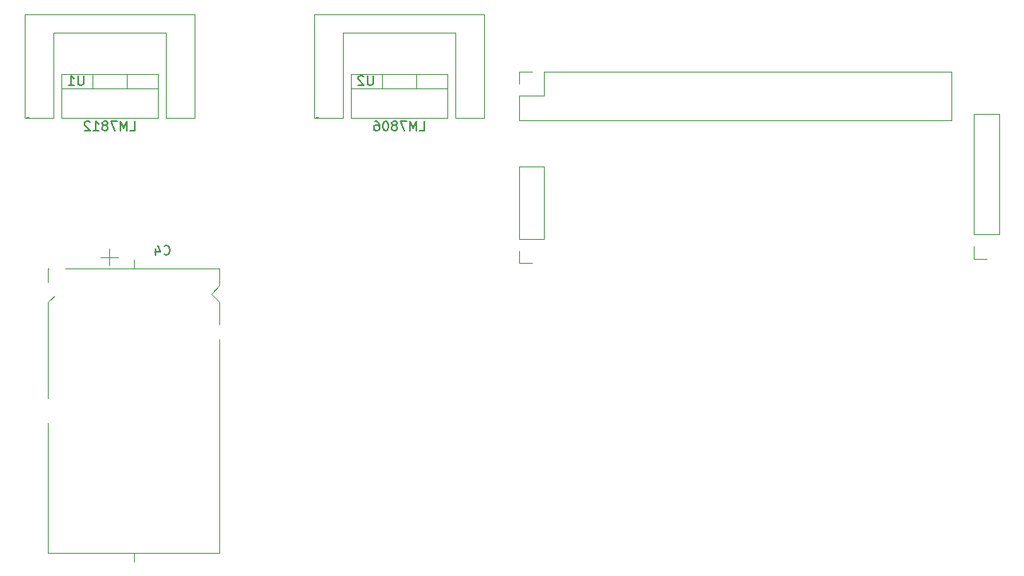
<source format=gbo>
G04 #@! TF.GenerationSoftware,KiCad,Pcbnew,(5.1.5)-3*
G04 #@! TF.CreationDate,2022-04-15T22:29:16+02:00*
G04 #@! TF.ProjectId,Extension Board,45787465-6e73-4696-9f6e-20426f617264,1*
G04 #@! TF.SameCoordinates,Original*
G04 #@! TF.FileFunction,Legend,Bot*
G04 #@! TF.FilePolarity,Positive*
%FSLAX46Y46*%
G04 Gerber Fmt 4.6, Leading zero omitted, Abs format (unit mm)*
G04 Created by KiCad (PCBNEW (5.1.5)-3) date 2022-04-15 22:29:16*
%MOMM*%
%LPD*%
G04 APERTURE LIST*
%ADD10C,0.120000*%
%ADD11C,0.150000*%
%ADD12C,2.802000*%
%ADD13O,1.702000X1.702000*%
%ADD14C,1.702000*%
%ADD15O,1.802000X1.802000*%
%ADD16R,1.802000X1.802000*%
%ADD17C,2.702000*%
%ADD18R,2.702000X2.702000*%
%ADD19C,2.902000*%
%ADD20C,1.902000*%
%ADD21R,1.902000X1.902000*%
%ADD22C,1.202000*%
%ADD23C,2.102000*%
%ADD24R,2.902000X2.902000*%
%ADD25O,1.802000X2.102000*%
%ADD26C,0.100000*%
%ADD27O,1.802000X2.052000*%
%ADD28O,2.052000X1.802000*%
%ADD29C,1.302000*%
%ADD30O,2.007000X2.102000*%
%ADD31R,2.007000X2.102000*%
%ADD32O,2.502000X1.702000*%
%ADD33R,2.502000X1.702000*%
%ADD34R,1.702000X1.702000*%
%ADD35O,2.502000X2.502000*%
%ADD36R,2.502000X2.502000*%
G04 APERTURE END LIST*
D10*
X68834000Y-51308000D02*
X69088000Y-51308000D01*
X71724000Y-51386000D02*
X68724000Y-51386000D01*
X86724000Y-51386000D02*
X83724000Y-51386000D01*
X86724000Y-40386000D02*
X68724000Y-40386000D01*
X86724000Y-51386000D02*
X86724000Y-40386000D01*
X83724000Y-42386000D02*
X83724000Y-51386000D01*
X71724000Y-42386000D02*
X83724000Y-42386000D01*
X71724000Y-51386000D02*
X71724000Y-42386000D01*
X68724000Y-40386000D02*
X68724000Y-51386000D01*
X38100000Y-51308000D02*
X38354000Y-51308000D01*
X40990000Y-51386000D02*
X37990000Y-51386000D01*
X55990000Y-51386000D02*
X52990000Y-51386000D01*
X55990000Y-40386000D02*
X37990000Y-40386000D01*
X55990000Y-51386000D02*
X55990000Y-40386000D01*
X52990000Y-42386000D02*
X52990000Y-51386000D01*
X40990000Y-42386000D02*
X52990000Y-42386000D01*
X40990000Y-51386000D02*
X40990000Y-42386000D01*
X37990000Y-40386000D02*
X37990000Y-51386000D01*
X90465600Y-66862000D02*
X91795600Y-66862000D01*
X90465600Y-65532000D02*
X90465600Y-66862000D01*
X90465600Y-64262000D02*
X93125600Y-64262000D01*
X93125600Y-64262000D02*
X93125600Y-56582000D01*
X90465600Y-64262000D02*
X90465600Y-56582000D01*
X90465600Y-56582000D02*
X93125600Y-56582000D01*
X138751000Y-66379400D02*
X140081000Y-66379400D01*
X138751000Y-65049400D02*
X138751000Y-66379400D01*
X138751000Y-63779400D02*
X141411000Y-63779400D01*
X141411000Y-63779400D02*
X141411000Y-51019400D01*
X138751000Y-63779400D02*
X138751000Y-51019400D01*
X138751000Y-51019400D02*
X141411000Y-51019400D01*
X45139000Y-46768000D02*
X45139000Y-48278000D01*
X48840000Y-46768000D02*
X48840000Y-48278000D01*
X52110000Y-48278000D02*
X41870000Y-48278000D01*
X41870000Y-46768000D02*
X41870000Y-51409000D01*
X52110000Y-46768000D02*
X52110000Y-51409000D01*
X52110000Y-51409000D02*
X41870000Y-51409000D01*
X52110000Y-46768000D02*
X41870000Y-46768000D01*
X75873000Y-46768000D02*
X75873000Y-48278000D01*
X79574000Y-46768000D02*
X79574000Y-48278000D01*
X82844000Y-48278000D02*
X72604000Y-48278000D01*
X72604000Y-46768000D02*
X72604000Y-51409000D01*
X82844000Y-46768000D02*
X82844000Y-51409000D01*
X82844000Y-51409000D02*
X72604000Y-51409000D01*
X82844000Y-46768000D02*
X72604000Y-46768000D01*
X49530000Y-98584000D02*
X49530000Y-97644000D01*
X49530000Y-66464000D02*
X49530000Y-67404000D01*
X58650000Y-71004000D02*
X58650000Y-97644000D01*
X57750000Y-70104000D02*
X58650000Y-71004000D01*
X58650000Y-69204000D02*
X57750000Y-70104000D01*
X58650000Y-67404000D02*
X58650000Y-69204000D01*
X40410000Y-71004000D02*
X40410000Y-97644000D01*
X41310000Y-70104000D02*
X40410000Y-71004000D01*
X40410000Y-69204000D02*
X41310000Y-70104000D01*
X40410000Y-67404000D02*
X40410000Y-69204000D01*
X40410000Y-97644000D02*
X58650000Y-97644000D01*
X40410000Y-67404000D02*
X58650000Y-67404000D01*
X46030000Y-66204000D02*
X47830000Y-66204000D01*
X46930000Y-65304000D02*
X46930000Y-67104000D01*
X90470000Y-46470000D02*
X90470000Y-47800000D01*
X91800000Y-46470000D02*
X90470000Y-46470000D01*
X90470000Y-49070000D02*
X90470000Y-51670000D01*
X93070000Y-49070000D02*
X90470000Y-49070000D01*
X93070000Y-46470000D02*
X93070000Y-49070000D01*
X90470000Y-51670000D02*
X136310000Y-51670000D01*
X93070000Y-46470000D02*
X136310000Y-46470000D01*
X136310000Y-46470000D02*
X136310000Y-51670000D01*
D11*
X44195904Y-46950380D02*
X44195904Y-47759904D01*
X44148285Y-47855142D01*
X44100666Y-47902761D01*
X44005428Y-47950380D01*
X43814952Y-47950380D01*
X43719714Y-47902761D01*
X43672095Y-47855142D01*
X43624476Y-47759904D01*
X43624476Y-46950380D01*
X42624476Y-47950380D02*
X43195904Y-47950380D01*
X42910190Y-47950380D02*
X42910190Y-46950380D01*
X43005428Y-47093238D01*
X43100666Y-47188476D01*
X43195904Y-47236095D01*
X49156666Y-52776380D02*
X49632857Y-52776380D01*
X49632857Y-51776380D01*
X48823333Y-52776380D02*
X48823333Y-51776380D01*
X48490000Y-52490666D01*
X48156666Y-51776380D01*
X48156666Y-52776380D01*
X47775714Y-51776380D02*
X47109047Y-51776380D01*
X47537619Y-52776380D01*
X46585238Y-52204952D02*
X46680476Y-52157333D01*
X46728095Y-52109714D01*
X46775714Y-52014476D01*
X46775714Y-51966857D01*
X46728095Y-51871619D01*
X46680476Y-51824000D01*
X46585238Y-51776380D01*
X46394761Y-51776380D01*
X46299523Y-51824000D01*
X46251904Y-51871619D01*
X46204285Y-51966857D01*
X46204285Y-52014476D01*
X46251904Y-52109714D01*
X46299523Y-52157333D01*
X46394761Y-52204952D01*
X46585238Y-52204952D01*
X46680476Y-52252571D01*
X46728095Y-52300190D01*
X46775714Y-52395428D01*
X46775714Y-52585904D01*
X46728095Y-52681142D01*
X46680476Y-52728761D01*
X46585238Y-52776380D01*
X46394761Y-52776380D01*
X46299523Y-52728761D01*
X46251904Y-52681142D01*
X46204285Y-52585904D01*
X46204285Y-52395428D01*
X46251904Y-52300190D01*
X46299523Y-52252571D01*
X46394761Y-52204952D01*
X45251904Y-52776380D02*
X45823333Y-52776380D01*
X45537619Y-52776380D02*
X45537619Y-51776380D01*
X45632857Y-51919238D01*
X45728095Y-52014476D01*
X45823333Y-52062095D01*
X44870952Y-51871619D02*
X44823333Y-51824000D01*
X44728095Y-51776380D01*
X44490000Y-51776380D01*
X44394761Y-51824000D01*
X44347142Y-51871619D01*
X44299523Y-51966857D01*
X44299523Y-52062095D01*
X44347142Y-52204952D01*
X44918571Y-52776380D01*
X44299523Y-52776380D01*
X74929904Y-46950380D02*
X74929904Y-47759904D01*
X74882285Y-47855142D01*
X74834666Y-47902761D01*
X74739428Y-47950380D01*
X74548952Y-47950380D01*
X74453714Y-47902761D01*
X74406095Y-47855142D01*
X74358476Y-47759904D01*
X74358476Y-46950380D01*
X73929904Y-47045619D02*
X73882285Y-46998000D01*
X73787047Y-46950380D01*
X73548952Y-46950380D01*
X73453714Y-46998000D01*
X73406095Y-47045619D01*
X73358476Y-47140857D01*
X73358476Y-47236095D01*
X73406095Y-47378952D01*
X73977523Y-47950380D01*
X73358476Y-47950380D01*
X79890666Y-52776380D02*
X80366857Y-52776380D01*
X80366857Y-51776380D01*
X79557333Y-52776380D02*
X79557333Y-51776380D01*
X79224000Y-52490666D01*
X78890666Y-51776380D01*
X78890666Y-52776380D01*
X78509714Y-51776380D02*
X77843047Y-51776380D01*
X78271619Y-52776380D01*
X77319238Y-52204952D02*
X77414476Y-52157333D01*
X77462095Y-52109714D01*
X77509714Y-52014476D01*
X77509714Y-51966857D01*
X77462095Y-51871619D01*
X77414476Y-51824000D01*
X77319238Y-51776380D01*
X77128761Y-51776380D01*
X77033523Y-51824000D01*
X76985904Y-51871619D01*
X76938285Y-51966857D01*
X76938285Y-52014476D01*
X76985904Y-52109714D01*
X77033523Y-52157333D01*
X77128761Y-52204952D01*
X77319238Y-52204952D01*
X77414476Y-52252571D01*
X77462095Y-52300190D01*
X77509714Y-52395428D01*
X77509714Y-52585904D01*
X77462095Y-52681142D01*
X77414476Y-52728761D01*
X77319238Y-52776380D01*
X77128761Y-52776380D01*
X77033523Y-52728761D01*
X76985904Y-52681142D01*
X76938285Y-52585904D01*
X76938285Y-52395428D01*
X76985904Y-52300190D01*
X77033523Y-52252571D01*
X77128761Y-52204952D01*
X76319238Y-51776380D02*
X76224000Y-51776380D01*
X76128761Y-51824000D01*
X76081142Y-51871619D01*
X76033523Y-51966857D01*
X75985904Y-52157333D01*
X75985904Y-52395428D01*
X76033523Y-52585904D01*
X76081142Y-52681142D01*
X76128761Y-52728761D01*
X76224000Y-52776380D01*
X76319238Y-52776380D01*
X76414476Y-52728761D01*
X76462095Y-52681142D01*
X76509714Y-52585904D01*
X76557333Y-52395428D01*
X76557333Y-52157333D01*
X76509714Y-51966857D01*
X76462095Y-51871619D01*
X76414476Y-51824000D01*
X76319238Y-51776380D01*
X75128761Y-51776380D02*
X75319238Y-51776380D01*
X75414476Y-51824000D01*
X75462095Y-51871619D01*
X75557333Y-52014476D01*
X75604952Y-52204952D01*
X75604952Y-52585904D01*
X75557333Y-52681142D01*
X75509714Y-52728761D01*
X75414476Y-52776380D01*
X75224000Y-52776380D01*
X75128761Y-52728761D01*
X75081142Y-52681142D01*
X75033523Y-52585904D01*
X75033523Y-52347809D01*
X75081142Y-52252571D01*
X75128761Y-52204952D01*
X75224000Y-52157333D01*
X75414476Y-52157333D01*
X75509714Y-52204952D01*
X75557333Y-52252571D01*
X75604952Y-52347809D01*
X52744666Y-65889142D02*
X52792285Y-65936761D01*
X52935142Y-65984380D01*
X53030380Y-65984380D01*
X53173238Y-65936761D01*
X53268476Y-65841523D01*
X53316095Y-65746285D01*
X53363714Y-65555809D01*
X53363714Y-65412952D01*
X53316095Y-65222476D01*
X53268476Y-65127238D01*
X53173238Y-65032000D01*
X53030380Y-64984380D01*
X52935142Y-64984380D01*
X52792285Y-65032000D01*
X52744666Y-65079619D01*
X51887523Y-65317714D02*
X51887523Y-65984380D01*
X52125619Y-64936761D02*
X52363714Y-65651047D01*
X51744666Y-65651047D01*
%LPC*%
D12*
X62484000Y-49022000D03*
X64008000Y-124714000D03*
X167132000Y-126238000D03*
X192786000Y-44450000D03*
D13*
X170180000Y-44450000D03*
D14*
X170180000Y-59690000D03*
D13*
X151638000Y-110090000D03*
D14*
X151638000Y-85090000D03*
D15*
X91795600Y-57912000D03*
X91795600Y-60452000D03*
X91795600Y-62992000D03*
D16*
X91795600Y-65532000D03*
D15*
X140081000Y-52349400D03*
X140081000Y-54889400D03*
X140081000Y-57429400D03*
X140081000Y-59969400D03*
X140081000Y-62509400D03*
D16*
X140081000Y-65049400D03*
D17*
X154940000Y-121412000D03*
D18*
X149860000Y-121412000D03*
D19*
X195580000Y-86360000D03*
X195580000Y-101600000D03*
X195580000Y-93980000D03*
X91795600Y-41148000D03*
X163830000Y-115062000D03*
X163830000Y-93218000D03*
D20*
X165100000Y-109220000D03*
X162560000Y-109220000D03*
X165100000Y-106680000D03*
X162560000Y-106680000D03*
X165100000Y-104140000D03*
X162560000Y-104140000D03*
X165100000Y-101600000D03*
X162560000Y-101600000D03*
X165100000Y-99060000D03*
D21*
X162560000Y-99060000D03*
D22*
X177038000Y-46736000D03*
X179578000Y-46736000D03*
D23*
X177038000Y-44196000D03*
X179578000Y-44196000D03*
D22*
X150622000Y-78486000D03*
X153162000Y-78486000D03*
D23*
X150622000Y-75946000D03*
X153162000Y-75946000D03*
D19*
X189992000Y-73326000D03*
D24*
X189992000Y-68326000D03*
D17*
X80645000Y-123825000D03*
D18*
X75565000Y-123825000D03*
D25*
X63714000Y-41402000D03*
D26*
G36*
X61875975Y-40352276D02*
G01*
X61901699Y-40356092D01*
X61926925Y-40362411D01*
X61951411Y-40371172D01*
X61974920Y-40382291D01*
X61997226Y-40395661D01*
X62018114Y-40411152D01*
X62037383Y-40428617D01*
X62054848Y-40447886D01*
X62070339Y-40468774D01*
X62083709Y-40491080D01*
X62094828Y-40514589D01*
X62103589Y-40539075D01*
X62109908Y-40564301D01*
X62113724Y-40590025D01*
X62115000Y-40616000D01*
X62115000Y-42188000D01*
X62113724Y-42213975D01*
X62109908Y-42239699D01*
X62103589Y-42264925D01*
X62094828Y-42289411D01*
X62083709Y-42312920D01*
X62070339Y-42335226D01*
X62054848Y-42356114D01*
X62037383Y-42375383D01*
X62018114Y-42392848D01*
X61997226Y-42408339D01*
X61974920Y-42421709D01*
X61951411Y-42432828D01*
X61926925Y-42441589D01*
X61901699Y-42447908D01*
X61875975Y-42451724D01*
X61850000Y-42453000D01*
X60578000Y-42453000D01*
X60552025Y-42451724D01*
X60526301Y-42447908D01*
X60501075Y-42441589D01*
X60476589Y-42432828D01*
X60453080Y-42421709D01*
X60430774Y-42408339D01*
X60409886Y-42392848D01*
X60390617Y-42375383D01*
X60373152Y-42356114D01*
X60357661Y-42335226D01*
X60344291Y-42312920D01*
X60333172Y-42289411D01*
X60324411Y-42264925D01*
X60318092Y-42239699D01*
X60314276Y-42213975D01*
X60313000Y-42188000D01*
X60313000Y-40616000D01*
X60314276Y-40590025D01*
X60318092Y-40564301D01*
X60324411Y-40539075D01*
X60333172Y-40514589D01*
X60344291Y-40491080D01*
X60357661Y-40468774D01*
X60373152Y-40447886D01*
X60390617Y-40428617D01*
X60409886Y-40411152D01*
X60430774Y-40395661D01*
X60453080Y-40382291D01*
X60476589Y-40371172D01*
X60501075Y-40362411D01*
X60526301Y-40356092D01*
X60552025Y-40352276D01*
X60578000Y-40351000D01*
X61850000Y-40351000D01*
X61875975Y-40352276D01*
G37*
D27*
X100704000Y-65024000D03*
X103204000Y-65024000D03*
X105704000Y-65024000D03*
D26*
G36*
X108865975Y-63999276D02*
G01*
X108891699Y-64003092D01*
X108916925Y-64009411D01*
X108941411Y-64018172D01*
X108964920Y-64029291D01*
X108987226Y-64042661D01*
X109008114Y-64058152D01*
X109027383Y-64075617D01*
X109044848Y-64094886D01*
X109060339Y-64115774D01*
X109073709Y-64138080D01*
X109084828Y-64161589D01*
X109093589Y-64186075D01*
X109099908Y-64211301D01*
X109103724Y-64237025D01*
X109105000Y-64263000D01*
X109105000Y-65785000D01*
X109103724Y-65810975D01*
X109099908Y-65836699D01*
X109093589Y-65861925D01*
X109084828Y-65886411D01*
X109073709Y-65909920D01*
X109060339Y-65932226D01*
X109044848Y-65953114D01*
X109027383Y-65972383D01*
X109008114Y-65989848D01*
X108987226Y-66005339D01*
X108964920Y-66018709D01*
X108941411Y-66029828D01*
X108916925Y-66038589D01*
X108891699Y-66044908D01*
X108865975Y-66048724D01*
X108840000Y-66050000D01*
X107568000Y-66050000D01*
X107542025Y-66048724D01*
X107516301Y-66044908D01*
X107491075Y-66038589D01*
X107466589Y-66029828D01*
X107443080Y-66018709D01*
X107420774Y-66005339D01*
X107399886Y-65989848D01*
X107380617Y-65972383D01*
X107363152Y-65953114D01*
X107347661Y-65932226D01*
X107334291Y-65909920D01*
X107323172Y-65886411D01*
X107314411Y-65861925D01*
X107308092Y-65836699D01*
X107304276Y-65810975D01*
X107303000Y-65785000D01*
X107303000Y-64263000D01*
X107304276Y-64237025D01*
X107308092Y-64211301D01*
X107314411Y-64186075D01*
X107323172Y-64161589D01*
X107334291Y-64138080D01*
X107347661Y-64115774D01*
X107363152Y-64094886D01*
X107380617Y-64075617D01*
X107399886Y-64058152D01*
X107420774Y-64042661D01*
X107443080Y-64029291D01*
X107466589Y-64018172D01*
X107491075Y-64009411D01*
X107516301Y-64003092D01*
X107542025Y-63999276D01*
X107568000Y-63998000D01*
X108840000Y-63998000D01*
X108865975Y-63999276D01*
G37*
D27*
X74796000Y-67056000D03*
X77296000Y-67056000D03*
X79796000Y-67056000D03*
D26*
G36*
X82957975Y-66031276D02*
G01*
X82983699Y-66035092D01*
X83008925Y-66041411D01*
X83033411Y-66050172D01*
X83056920Y-66061291D01*
X83079226Y-66074661D01*
X83100114Y-66090152D01*
X83119383Y-66107617D01*
X83136848Y-66126886D01*
X83152339Y-66147774D01*
X83165709Y-66170080D01*
X83176828Y-66193589D01*
X83185589Y-66218075D01*
X83191908Y-66243301D01*
X83195724Y-66269025D01*
X83197000Y-66295000D01*
X83197000Y-67817000D01*
X83195724Y-67842975D01*
X83191908Y-67868699D01*
X83185589Y-67893925D01*
X83176828Y-67918411D01*
X83165709Y-67941920D01*
X83152339Y-67964226D01*
X83136848Y-67985114D01*
X83119383Y-68004383D01*
X83100114Y-68021848D01*
X83079226Y-68037339D01*
X83056920Y-68050709D01*
X83033411Y-68061828D01*
X83008925Y-68070589D01*
X82983699Y-68076908D01*
X82957975Y-68080724D01*
X82932000Y-68082000D01*
X81660000Y-68082000D01*
X81634025Y-68080724D01*
X81608301Y-68076908D01*
X81583075Y-68070589D01*
X81558589Y-68061828D01*
X81535080Y-68050709D01*
X81512774Y-68037339D01*
X81491886Y-68021848D01*
X81472617Y-68004383D01*
X81455152Y-67985114D01*
X81439661Y-67964226D01*
X81426291Y-67941920D01*
X81415172Y-67918411D01*
X81406411Y-67893925D01*
X81400092Y-67868699D01*
X81396276Y-67842975D01*
X81395000Y-67817000D01*
X81395000Y-66295000D01*
X81396276Y-66269025D01*
X81400092Y-66243301D01*
X81406411Y-66218075D01*
X81415172Y-66193589D01*
X81426291Y-66170080D01*
X81439661Y-66147774D01*
X81455152Y-66126886D01*
X81472617Y-66107617D01*
X81491886Y-66090152D01*
X81512774Y-66074661D01*
X81535080Y-66061291D01*
X81558589Y-66050172D01*
X81583075Y-66041411D01*
X81608301Y-66035092D01*
X81634025Y-66031276D01*
X81660000Y-66030000D01*
X82932000Y-66030000D01*
X82957975Y-66031276D01*
G37*
D28*
X194056000Y-59570000D03*
X194056000Y-57070000D03*
X194056000Y-54570000D03*
D26*
G36*
X194842975Y-51170276D02*
G01*
X194868699Y-51174092D01*
X194893925Y-51180411D01*
X194918411Y-51189172D01*
X194941920Y-51200291D01*
X194964226Y-51213661D01*
X194985114Y-51229152D01*
X195004383Y-51246617D01*
X195021848Y-51265886D01*
X195037339Y-51286774D01*
X195050709Y-51309080D01*
X195061828Y-51332589D01*
X195070589Y-51357075D01*
X195076908Y-51382301D01*
X195080724Y-51408025D01*
X195082000Y-51434000D01*
X195082000Y-52706000D01*
X195080724Y-52731975D01*
X195076908Y-52757699D01*
X195070589Y-52782925D01*
X195061828Y-52807411D01*
X195050709Y-52830920D01*
X195037339Y-52853226D01*
X195021848Y-52874114D01*
X195004383Y-52893383D01*
X194985114Y-52910848D01*
X194964226Y-52926339D01*
X194941920Y-52939709D01*
X194918411Y-52950828D01*
X194893925Y-52959589D01*
X194868699Y-52965908D01*
X194842975Y-52969724D01*
X194817000Y-52971000D01*
X193295000Y-52971000D01*
X193269025Y-52969724D01*
X193243301Y-52965908D01*
X193218075Y-52959589D01*
X193193589Y-52950828D01*
X193170080Y-52939709D01*
X193147774Y-52926339D01*
X193126886Y-52910848D01*
X193107617Y-52893383D01*
X193090152Y-52874114D01*
X193074661Y-52853226D01*
X193061291Y-52830920D01*
X193050172Y-52807411D01*
X193041411Y-52782925D01*
X193035092Y-52757699D01*
X193031276Y-52731975D01*
X193030000Y-52706000D01*
X193030000Y-51434000D01*
X193031276Y-51408025D01*
X193035092Y-51382301D01*
X193041411Y-51357075D01*
X193050172Y-51332589D01*
X193061291Y-51309080D01*
X193074661Y-51286774D01*
X193090152Y-51265886D01*
X193107617Y-51246617D01*
X193126886Y-51229152D01*
X193147774Y-51213661D01*
X193170080Y-51200291D01*
X193193589Y-51189172D01*
X193218075Y-51180411D01*
X193243301Y-51174092D01*
X193269025Y-51170276D01*
X193295000Y-51169000D01*
X194817000Y-51169000D01*
X194842975Y-51170276D01*
G37*
D29*
X118288000Y-62960000D03*
D27*
X132388000Y-60960000D03*
X129888000Y-60960000D03*
X127388000Y-60960000D03*
X124888000Y-60960000D03*
X122388000Y-60960000D03*
D26*
G36*
X120549975Y-59935276D02*
G01*
X120575699Y-59939092D01*
X120600925Y-59945411D01*
X120625411Y-59954172D01*
X120648920Y-59965291D01*
X120671226Y-59978661D01*
X120692114Y-59994152D01*
X120711383Y-60011617D01*
X120728848Y-60030886D01*
X120744339Y-60051774D01*
X120757709Y-60074080D01*
X120768828Y-60097589D01*
X120777589Y-60122075D01*
X120783908Y-60147301D01*
X120787724Y-60173025D01*
X120789000Y-60199000D01*
X120789000Y-61721000D01*
X120787724Y-61746975D01*
X120783908Y-61772699D01*
X120777589Y-61797925D01*
X120768828Y-61822411D01*
X120757709Y-61845920D01*
X120744339Y-61868226D01*
X120728848Y-61889114D01*
X120711383Y-61908383D01*
X120692114Y-61925848D01*
X120671226Y-61941339D01*
X120648920Y-61954709D01*
X120625411Y-61965828D01*
X120600925Y-61974589D01*
X120575699Y-61980908D01*
X120549975Y-61984724D01*
X120524000Y-61986000D01*
X119252000Y-61986000D01*
X119226025Y-61984724D01*
X119200301Y-61980908D01*
X119175075Y-61974589D01*
X119150589Y-61965828D01*
X119127080Y-61954709D01*
X119104774Y-61941339D01*
X119083886Y-61925848D01*
X119064617Y-61908383D01*
X119047152Y-61889114D01*
X119031661Y-61868226D01*
X119018291Y-61845920D01*
X119007172Y-61822411D01*
X118998411Y-61797925D01*
X118992092Y-61772699D01*
X118988276Y-61746975D01*
X118987000Y-61721000D01*
X118987000Y-60199000D01*
X118988276Y-60173025D01*
X118992092Y-60147301D01*
X118998411Y-60122075D01*
X119007172Y-60097589D01*
X119018291Y-60074080D01*
X119031661Y-60051774D01*
X119047152Y-60030886D01*
X119064617Y-60011617D01*
X119083886Y-59994152D01*
X119104774Y-59978661D01*
X119127080Y-59965291D01*
X119150589Y-59954172D01*
X119175075Y-59945411D01*
X119200301Y-59939092D01*
X119226025Y-59935276D01*
X119252000Y-59934000D01*
X120524000Y-59934000D01*
X120549975Y-59935276D01*
G37*
D29*
X82332000Y-80550000D03*
D27*
X75732000Y-82550000D03*
X78232000Y-82550000D03*
D26*
G36*
X81393975Y-81525276D02*
G01*
X81419699Y-81529092D01*
X81444925Y-81535411D01*
X81469411Y-81544172D01*
X81492920Y-81555291D01*
X81515226Y-81568661D01*
X81536114Y-81584152D01*
X81555383Y-81601617D01*
X81572848Y-81620886D01*
X81588339Y-81641774D01*
X81601709Y-81664080D01*
X81612828Y-81687589D01*
X81621589Y-81712075D01*
X81627908Y-81737301D01*
X81631724Y-81763025D01*
X81633000Y-81789000D01*
X81633000Y-83311000D01*
X81631724Y-83336975D01*
X81627908Y-83362699D01*
X81621589Y-83387925D01*
X81612828Y-83412411D01*
X81601709Y-83435920D01*
X81588339Y-83458226D01*
X81572848Y-83479114D01*
X81555383Y-83498383D01*
X81536114Y-83515848D01*
X81515226Y-83531339D01*
X81492920Y-83544709D01*
X81469411Y-83555828D01*
X81444925Y-83564589D01*
X81419699Y-83570908D01*
X81393975Y-83574724D01*
X81368000Y-83576000D01*
X80096000Y-83576000D01*
X80070025Y-83574724D01*
X80044301Y-83570908D01*
X80019075Y-83564589D01*
X79994589Y-83555828D01*
X79971080Y-83544709D01*
X79948774Y-83531339D01*
X79927886Y-83515848D01*
X79908617Y-83498383D01*
X79891152Y-83479114D01*
X79875661Y-83458226D01*
X79862291Y-83435920D01*
X79851172Y-83412411D01*
X79842411Y-83387925D01*
X79836092Y-83362699D01*
X79832276Y-83336975D01*
X79831000Y-83311000D01*
X79831000Y-81789000D01*
X79832276Y-81763025D01*
X79836092Y-81737301D01*
X79842411Y-81712075D01*
X79851172Y-81687589D01*
X79862291Y-81664080D01*
X79875661Y-81641774D01*
X79891152Y-81620886D01*
X79908617Y-81601617D01*
X79927886Y-81584152D01*
X79948774Y-81568661D01*
X79971080Y-81555291D01*
X79994589Y-81544172D01*
X80019075Y-81535411D01*
X80044301Y-81529092D01*
X80070025Y-81525276D01*
X80096000Y-81524000D01*
X81368000Y-81524000D01*
X81393975Y-81525276D01*
G37*
D13*
X168910000Y-73914000D03*
D14*
X179070000Y-73914000D03*
D13*
X178816000Y-68072000D03*
D14*
X168656000Y-68072000D03*
D30*
X44450000Y-50038000D03*
X46990000Y-50038000D03*
D31*
X49530000Y-50038000D03*
D30*
X75184000Y-50038000D03*
X77724000Y-50038000D03*
D31*
X80264000Y-50038000D03*
D32*
X67818000Y-102362000D03*
X60198000Y-117602000D03*
X67818000Y-104902000D03*
X60198000Y-115062000D03*
X67818000Y-107442000D03*
X60198000Y-112522000D03*
X67818000Y-109982000D03*
X60198000Y-109982000D03*
X67818000Y-112522000D03*
X60198000Y-107442000D03*
X67818000Y-115062000D03*
X60198000Y-104902000D03*
X67818000Y-117602000D03*
D33*
X60198000Y-102362000D03*
D13*
X185928000Y-52070000D03*
X185928000Y-54610000D03*
X185928000Y-57150000D03*
X185928000Y-59690000D03*
D34*
X185928000Y-62230000D03*
D13*
X58928000Y-74168000D03*
D14*
X58928000Y-64008000D03*
D13*
X65532000Y-74168000D03*
D14*
X65532000Y-64008000D03*
D13*
X49276000Y-112268000D03*
D14*
X49276000Y-122428000D03*
D13*
X53086000Y-112268000D03*
D14*
X53086000Y-122428000D03*
D13*
X110236000Y-55372000D03*
D14*
X100076000Y-55372000D03*
D13*
X151638000Y-56642000D03*
D14*
X161798000Y-56642000D03*
D13*
X151638000Y-53340000D03*
D14*
X161798000Y-53340000D03*
D13*
X151638000Y-50038000D03*
D14*
X161798000Y-50038000D03*
D13*
X151638000Y-46736000D03*
D14*
X161798000Y-46736000D03*
D13*
X151638000Y-43434000D03*
D14*
X161798000Y-43434000D03*
D15*
X152908000Y-67310000D03*
D16*
X150368000Y-67310000D03*
D15*
X152908000Y-62484000D03*
D16*
X150368000Y-62484000D03*
D27*
X50880000Y-57912000D03*
X53380000Y-57912000D03*
D26*
G36*
X56541975Y-56887276D02*
G01*
X56567699Y-56891092D01*
X56592925Y-56897411D01*
X56617411Y-56906172D01*
X56640920Y-56917291D01*
X56663226Y-56930661D01*
X56684114Y-56946152D01*
X56703383Y-56963617D01*
X56720848Y-56982886D01*
X56736339Y-57003774D01*
X56749709Y-57026080D01*
X56760828Y-57049589D01*
X56769589Y-57074075D01*
X56775908Y-57099301D01*
X56779724Y-57125025D01*
X56781000Y-57151000D01*
X56781000Y-58673000D01*
X56779724Y-58698975D01*
X56775908Y-58724699D01*
X56769589Y-58749925D01*
X56760828Y-58774411D01*
X56749709Y-58797920D01*
X56736339Y-58820226D01*
X56720848Y-58841114D01*
X56703383Y-58860383D01*
X56684114Y-58877848D01*
X56663226Y-58893339D01*
X56640920Y-58906709D01*
X56617411Y-58917828D01*
X56592925Y-58926589D01*
X56567699Y-58932908D01*
X56541975Y-58936724D01*
X56516000Y-58938000D01*
X55244000Y-58938000D01*
X55218025Y-58936724D01*
X55192301Y-58932908D01*
X55167075Y-58926589D01*
X55142589Y-58917828D01*
X55119080Y-58906709D01*
X55096774Y-58893339D01*
X55075886Y-58877848D01*
X55056617Y-58860383D01*
X55039152Y-58841114D01*
X55023661Y-58820226D01*
X55010291Y-58797920D01*
X54999172Y-58774411D01*
X54990411Y-58749925D01*
X54984092Y-58724699D01*
X54980276Y-58698975D01*
X54979000Y-58673000D01*
X54979000Y-57151000D01*
X54980276Y-57125025D01*
X54984092Y-57099301D01*
X54990411Y-57074075D01*
X54999172Y-57049589D01*
X55010291Y-57026080D01*
X55023661Y-57003774D01*
X55039152Y-56982886D01*
X55056617Y-56963617D01*
X55075886Y-56946152D01*
X55096774Y-56930661D01*
X55119080Y-56917291D01*
X55142589Y-56906172D01*
X55167075Y-56897411D01*
X55192301Y-56891092D01*
X55218025Y-56887276D01*
X55244000Y-56886000D01*
X56516000Y-56886000D01*
X56541975Y-56887276D01*
G37*
D22*
X38862000Y-66802000D03*
X38862000Y-69342000D03*
D23*
X41402000Y-66802000D03*
X41402000Y-69342000D03*
D28*
X42164000Y-98980000D03*
X42164000Y-96480000D03*
D26*
G36*
X42950975Y-93080276D02*
G01*
X42976699Y-93084092D01*
X43001925Y-93090411D01*
X43026411Y-93099172D01*
X43049920Y-93110291D01*
X43072226Y-93123661D01*
X43093114Y-93139152D01*
X43112383Y-93156617D01*
X43129848Y-93175886D01*
X43145339Y-93196774D01*
X43158709Y-93219080D01*
X43169828Y-93242589D01*
X43178589Y-93267075D01*
X43184908Y-93292301D01*
X43188724Y-93318025D01*
X43190000Y-93344000D01*
X43190000Y-94616000D01*
X43188724Y-94641975D01*
X43184908Y-94667699D01*
X43178589Y-94692925D01*
X43169828Y-94717411D01*
X43158709Y-94740920D01*
X43145339Y-94763226D01*
X43129848Y-94784114D01*
X43112383Y-94803383D01*
X43093114Y-94820848D01*
X43072226Y-94836339D01*
X43049920Y-94849709D01*
X43026411Y-94860828D01*
X43001925Y-94869589D01*
X42976699Y-94875908D01*
X42950975Y-94879724D01*
X42925000Y-94881000D01*
X41403000Y-94881000D01*
X41377025Y-94879724D01*
X41351301Y-94875908D01*
X41326075Y-94869589D01*
X41301589Y-94860828D01*
X41278080Y-94849709D01*
X41255774Y-94836339D01*
X41234886Y-94820848D01*
X41215617Y-94803383D01*
X41198152Y-94784114D01*
X41182661Y-94763226D01*
X41169291Y-94740920D01*
X41158172Y-94717411D01*
X41149411Y-94692925D01*
X41143092Y-94667699D01*
X41139276Y-94641975D01*
X41138000Y-94616000D01*
X41138000Y-93344000D01*
X41139276Y-93318025D01*
X41143092Y-93292301D01*
X41149411Y-93267075D01*
X41158172Y-93242589D01*
X41169291Y-93219080D01*
X41182661Y-93196774D01*
X41198152Y-93175886D01*
X41215617Y-93156617D01*
X41234886Y-93139152D01*
X41255774Y-93123661D01*
X41278080Y-93110291D01*
X41301589Y-93099172D01*
X41326075Y-93090411D01*
X41351301Y-93084092D01*
X41377025Y-93080276D01*
X41403000Y-93079000D01*
X42925000Y-93079000D01*
X42950975Y-93080276D01*
G37*
D14*
X42632000Y-57404000D03*
D34*
X40132000Y-57404000D03*
D14*
X65532000Y-55158000D03*
D34*
X65532000Y-57658000D03*
D35*
X49530000Y-100024000D03*
D36*
X49530000Y-65024000D03*
D35*
X65640000Y-82550000D03*
D36*
X40640000Y-82550000D03*
D14*
X53514000Y-127254000D03*
X48514000Y-127254000D03*
X48340000Y-107188000D03*
X53340000Y-107188000D03*
D15*
X134980000Y-50340000D03*
X134980000Y-47800000D03*
X132440000Y-50340000D03*
X132440000Y-47800000D03*
X129900000Y-50340000D03*
X129900000Y-47800000D03*
X127360000Y-50340000D03*
X127360000Y-47800000D03*
X124820000Y-50340000D03*
X124820000Y-47800000D03*
X122280000Y-50340000D03*
X122280000Y-47800000D03*
X119740000Y-50340000D03*
X119740000Y-47800000D03*
X117200000Y-50340000D03*
X117200000Y-47800000D03*
X114660000Y-50340000D03*
X114660000Y-47800000D03*
X112120000Y-50340000D03*
X112120000Y-47800000D03*
X109580000Y-50340000D03*
X109580000Y-47800000D03*
X107040000Y-50340000D03*
X107040000Y-47800000D03*
X104500000Y-50340000D03*
X104500000Y-47800000D03*
X101960000Y-50340000D03*
X101960000Y-47800000D03*
X99420000Y-50340000D03*
X99420000Y-47800000D03*
X96880000Y-50340000D03*
X96880000Y-47800000D03*
X94340000Y-50340000D03*
X94340000Y-47800000D03*
X91800000Y-50340000D03*
D16*
X91800000Y-47800000D03*
M02*

</source>
